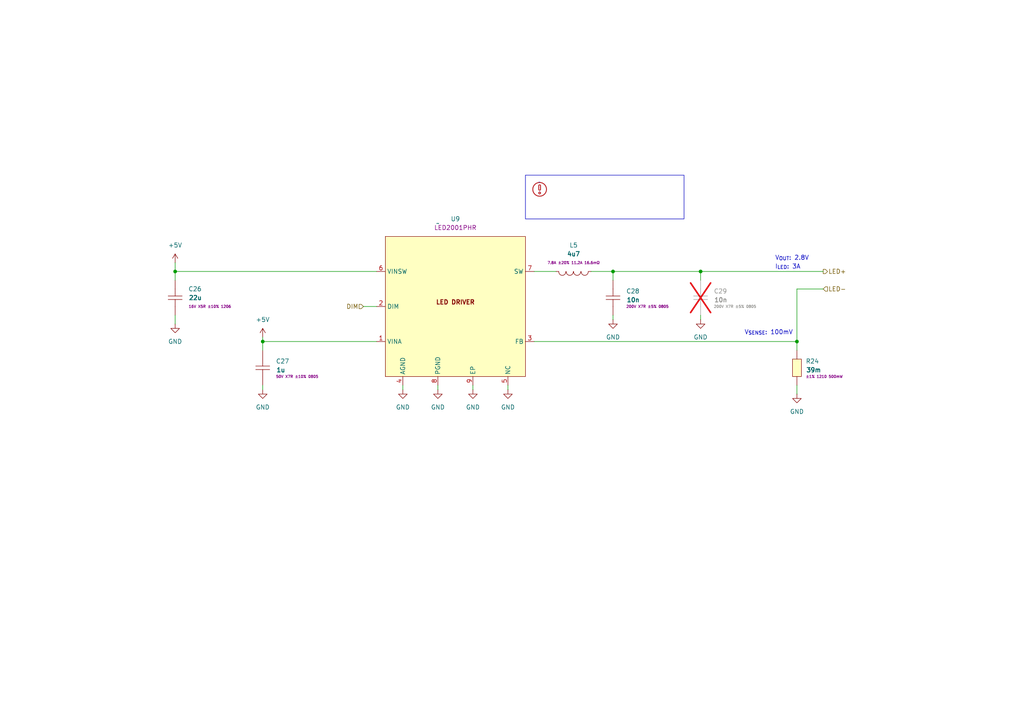
<source format=kicad_sch>
(kicad_sch (version 20231120) (generator "eeschema") (generator_version "8.0")
  (paper "A4")
  (lib_symbols
    (symbol "LiveAstra:C_10nF_X7R_0805" (pin_numbers hide) (pin_names hide)
      (property "Reference" "C" (at 0 8.89 0))
      (property "Value" "10n" (at 0 6.35 0))
      (property "Extra Value" "200V X7R ±5% 0805" (at 0 3.81 0))
      (symbol "C_10nF_X7R_0805_0_1"
        (polyline (pts (xy -0.51 -2.03) (xy -0.51 2.03)))
        (polyline (pts (xy -0.51 0) (xy -2.54 0)))
        (polyline (pts (xy 0.51 2.03) (xy 0.51 -2.03)))
        (polyline (pts (xy 2.54 0) (xy 0.51 0)))
      )
      (symbol "C_10nF_X7R_0805_1_1"
        (pin passive line (at -5.08 0 0) (length 2.54) (name "1") (number "1"))
        (pin passive line (at 5.08 0 180) (length 2.54) (name "2") (number "2"))
      )
    )
    (symbol "LiveAstra:C_1uF_X7R_0805" (pin_numbers hide) (pin_names hide)
      (property "Reference" "C" (at 0 8.89 0))
      (property "Value" "1u" (at 0 6.35 0))
      (property "Extra Values" "50V X7R ±10% 0805" (at 0 3.81 0))
      (symbol "C_1uF_X7R_0805_0_1"
        (polyline (pts (xy -2.54 0) (xy -0.51 0)))
        (polyline (pts (xy -0.51 2.03) (xy -0.51 -2.03)))
        (polyline (pts (xy 0.51 0) (xy 2.54 0)))
        (polyline (pts (xy 0.51 2.03) (xy 0.51 -2.03)))
      )
      (symbol "C_1uF_X7R_0805_1_1"
        (pin passive line (at -5.08 0 0) (length 2.54) (name "1") (number "1"))
        (pin passive line (at 5.08 0 180) (length 2.54) (name "2") (number "2"))
      )
    )
    (symbol "LiveAstra:C_22uF_X5R_1206" (pin_numbers hide) (pin_names hide)
      (property "Reference" "C" (at 0 8.89 0))
      (property "Value" "22u" (at 0 6.35 0))
      (property "Extra Value" "16V X5R ±10% 1206" (at 0 3.81 0))
      (symbol "C_22uF_X5R_1206_0_1"
        (polyline (pts (xy -0.51 -2.03) (xy -0.51 2.03)))
        (polyline (pts (xy -0.51 0) (xy -2.54 0)))
        (polyline (pts (xy 0.51 2.03) (xy 0.51 -2.03)))
        (polyline (pts (xy 2.54 0) (xy 0.51 0)))
      )
      (symbol "C_22uF_X5R_1206_1_1"
        (pin passive line (at -5.08 0 0) (length 2.54) (name "1") (number "1"))
        (pin passive line (at 5.08 0 180) (length 2.54) (name "2") (number "2"))
      )
    )
    (symbol "LiveAstra:LED2001PHR"
      (property "Reference" "U" (at 0 25.4 0))
      (property "Description" "LED2001PHR" (at 0 22.86 0))
      (symbol "LED2001PHR_1_1"
        (rectangle (start -20.32 20.32) (end 20.32 -20.32) (fill (type background)))
        (text "LED DRIVER" (at 0 1.27 0) (effects (font (size 1.27 1.27) (bold yes))))
        (pin power_in line (at -22.86 -10.16 0) (length 2.54) (name "VINA") (number "1"))
        (pin input line (at -22.86 0 0) (length 2.54) (name "DIM") (number "2"))
        (pin input line (at 22.86 -10.16 180) (length 2.54) (name "FB") (number "3"))
        (pin power_in line (at -15.24 -22.86 90) (length 2.54) (name "AGND") (number "4"))
        (pin passive line (at 15.24 -22.86 90) (length 2.54) (name "NC") (number "5"))
        (pin power_in line (at -22.86 10.16 0) (length 2.54) (name "VINSW") (number "6"))
        (pin power_out line (at 22.86 10.16 180) (length 2.54) (name "SW") (number "7"))
        (pin power_in line (at -5.08 -22.86 90) (length 2.54) (name "PGND") (number "8"))
        (pin passive line (at 5.08 -22.86 90) (length 2.54) (name "EP") (number "9"))
      )
    )
    (symbol "LiveAstra:L_4u7_7.8A_SPM7054VT-4R7M-D" (pin_numbers hide) (pin_names hide)
      (property "Reference" "L" (at 0 7.62 0))
      (property "Value" "4u7" (at 0 5.08 0))
      (property "Extra Value" "7.8A ±20% 11.2A 16.6mΩ" (at 0 2.54 0))
      (symbol "L_4u7_7.8A_SPM7054VT-4R7M-D_0_1"
        (arc (start -4.29 -0.02) (mid -2.81 -1.01) (end -2.27 -0.02))
        (arc (start -2.13 -0.02) (mid -0.66 -1.01) (end -0.11 -0.02))
        (arc (start 0.02 -0.02) (mid 1.49 -1.01) (end 2.04 -0.02))
        (arc (start 2.21 -0.02) (mid 3.68 -1.01) (end 4.23 -0.02))
      )
      (symbol "L_4u7_7.8A_SPM7054VT-4R7M-D_1_1"
        (pin passive line (at -5.08 0 0) (length 0.762) (name "1") (number "1"))
        (pin passive line (at 5.08 0 180) (length 0.762) (name "2") (number "2"))
      )
    )
    (symbol "LiveAstra:R_39mOhm_1210_500mW" (pin_numbers hide) (pin_names hide)
      (property "Reference" "R" (at 0 7.62 0))
      (property "Value" "39m" (at 0 5.08 0))
      (property "Extra Value" "±1% 1210 500mW" (at 0 2.54 0))
      (symbol "R_39mOhm_1210_500mW_0_1"
        (rectangle (start -2.54 1.27) (end 2.54 -1.27) (fill (type background)))
      )
      (symbol "R_39mOhm_1210_500mW_1_1"
        (pin passive line (at -5.08 0 0) (length 2.54) (name "1") (number "1"))
        (pin passive line (at 5.08 0 180) (length 2.54) (name "2") (number "2"))
      )
    )
    (symbol "power:+5V" (power) (pin_numbers hide) (pin_names (offset 0) hide)
      (property "Value" "+5V" (at 0 3.556 0))
      (symbol "+5V_0_1"
        (polyline (pts (xy -0.762 1.27) (xy 0 2.54)))
        (polyline (pts (xy 0 0) (xy 0 2.54)))
        (polyline (pts (xy 0 2.54) (xy 0.762 1.27)))
      )
      (symbol "+5V_1_1"
        (pin power_in line (at 0 0 90) (length 0) (name "~") (number "1"))
      )
    )
    (symbol "power:GND" (power) (pin_numbers hide) (pin_names (offset 0) hide)
      (property "Value" "GND" (at 0 -3.81 0))
      (symbol "GND_0_1"
        (polyline (pts (xy 0 0) (xy 0 -1.27) (xy 1.27 -1.27) (xy 0 -2.54) (xy -1.27 -1.27) (xy 0 -1.27)))
      )
      (symbol "GND_1_1"
        (pin power_in line (at 0 0 270) (length 0) (name "~") (number "1"))
      )
    )
  )
  (junction (at 76.2 99.06))
  (junction (at 231.14 99.06))
  (junction (at 203.2 78.74))
  (junction (at 177.8 78.74))
  (junction (at 50.8 78.74))
  (wire (pts (xy 203.2 78.74) (xy 238.76 78.74)))
  (wire (pts (xy 105.41 88.9) (xy 109.22 88.9)))
  (wire (pts (xy 76.2 99.06) (xy 76.2 101.6)))
  (wire (pts (xy 76.2 113.03) (xy 76.2 111.76)))
  (wire (pts (xy 154.94 99.06) (xy 231.14 99.06)))
  (wire (pts (xy 231.14 83.82) (xy 231.14 99.06)))
  (wire (pts (xy 76.2 97.79) (xy 76.2 99.06)))
  (wire (pts (xy 50.8 78.74) (xy 109.22 78.74)))
  (wire (pts (xy 177.8 81.28) (xy 177.8 78.74)))
  (wire (pts (xy 50.8 93.98) (xy 50.8 91.44)))
  (wire (pts (xy 203.2 81.28) (xy 203.2 78.74)))
  (wire (pts (xy 161.29 78.74) (xy 154.94 78.74)))
  (wire (pts (xy 116.84 111.76) (xy 116.84 113.03)))
  (wire (pts (xy 147.32 113.03) (xy 147.32 111.76)))
  (wire (pts (xy 127 113.03) (xy 127 111.76)))
  (polyline (pts (xy 156.5167 55.5781) (xy 156.5167 55.5781)) (stroke (width -0.0001) (type solid)))
  (polyline (pts (xy 156.5167 52.8) (xy 156.5167 52.8)) (stroke (width -0.0001) (type solid)))
  (polyline (pts (xy 156.5167 52.8) (xy 156.5167 52.8)) (stroke (width -0.0001) (type solid)))
  (polyline (pts (xy 156.2667 52.8) (xy 156.2667 52.8)) (stroke (width -0.0001) (type solid)))
  (wire (pts (xy 50.8 81.28) (xy 50.8 78.74)))
  (wire (pts (xy 203.2 91.44) (xy 203.2 92.71)))
  (wire (pts (xy 177.8 78.74) (xy 203.2 78.74)))
  (wire (pts (xy 231.14 83.82) (xy 238.76 83.82)))
  (wire (pts (xy 177.8 91.44) (xy 177.8 92.71)))
  (wire (pts (xy 171.45 78.74) (xy 177.8 78.74)))
  (wire (pts (xy 231.14 99.06) (xy 231.14 101.6)))
  (wire (pts (xy 76.2 99.06) (xy 109.22 99.06)))
  (wire (pts (xy 231.14 111.76) (xy 231.14 114.3)))
  (wire (pts (xy 137.16 113.03) (xy 137.16 111.76)))
  (wire (pts (xy 50.8 76.2) (xy 50.8 78.74)))
  (polyline (pts (xy 156.6216 52.8026) (xy 156.7259 52.8104) (xy 156.8292 52.8232) (xy 156.9315 52.841) (xy 157.0326 52.8638) (xy 157.1323 52.8915) (xy 157.2304 52.9239) (xy 157.3267 52.9611) (xy 157.4211 53.0029) (xy 157.5134 53.0494) (xy 157.6034 53.1003) (xy 157.691 53.1556) (xy 157.776 53.2153) (xy 157.8581 53.2793) (xy 157.9373 53.3476) (xy 158.0134 53.42) (xy 158.0858 53.496) (xy 158.154 53.5752) (xy 158.218 53.6574) (xy 158.2777 53.7423) (xy 158.3331 53.8299) (xy 158.384 53.9199) (xy 158.4304 54.0123) (xy 158.4722 54.1067) (xy 158.5094 54.203) (xy 158.5418 54.3011) (xy 158.5695 54.4007) (xy 158.5923 54.5018) (xy 158.6101 54.6041) (xy 158.623 54.7075) (xy 158.6307 54.8117) (xy 158.6333 54.9167) (xy 158.6318 54.9967) (xy 158.6273 55.0761) (xy 158.6199 55.1549) (xy 158.6096 55.2331) (xy 158.5965 55.3104) (xy 158.5805 55.387) (xy 158.5618 55.4626) (xy 158.5404 55.5373) (xy 158.5163 55.611) (xy 158.4896 55.6836) (xy 158.4603 55.755) (xy 158.4284 55.8252) (xy 158.3941 55.8942) (xy 158.3573 55.9618) (xy 158.3182 56.0279) (xy 158.2766 56.0926) (xy 158.2327 56.1558) (xy 158.1866 56.2173) (xy 158.1382 56.2771) (xy 158.0877 56.3352) (xy 158.035 56.3915) (xy 157.9802 56.4459) (xy 157.9234 56.4984) (xy 157.8645 56.5488) (xy 157.8037 56.5972) (xy 157.741 56.6434) (xy 157.6764 56.6875) (xy 157.6099 56.7292) (xy 157.5417 56.7687) (xy 157.4717 56.8057) (xy 157.4 56.8402) (xy 157.3267 56.8722) (xy 157.1771 56.9277) (xy 157.0253 56.9714) (xy 156.872 57.0034) (xy 156.7177 57.0239) (xy 156.5631 57.0329) (xy 156.4089 57.0306) (xy 156.2555 57.0172) (xy 156.1037 56.9927) (xy 155.9541 56.9572) (xy 155.8073 56.911) (xy 155.6639 56.854) (xy 155.5245 56.7865) (xy 155.3898 56.7086) (xy 155.2604 56.6203) (xy 155.1369 56.5219) (xy 155.02 56.4134) (xy 154.9114 56.2964) (xy 154.813 56.1729) (xy 154.7247 56.0435) (xy 154.6468 55.9088) (xy 154.5793 55.7694) (xy 154.5224 55.626) (xy 154.4761 55.4792) (xy 154.4407 55.3296) (xy 154.4162 55.1778) (xy 154.4027 55.0245) (xy 154.4017 54.9573) (xy 154.665 54.9573) (xy 154.6729 55.0926) (xy 154.6908 55.2276) (xy 154.7188 55.3617) (xy 154.757 55.4945) (xy 154.8056 55.6254) (xy 154.8638 55.7523) (xy 154.9307 55.8733) (xy 155.0057 55.9879) (xy 155.0885 56.096) (xy 155.1786 56.1973) (xy 155.2754 56.2913) (xy 155.3786 56.3779) (xy 155.4877 56.4566) (xy 155.6022 56.5273) (xy 155.7217 56.5895) (xy 155.8456 56.643) (xy 155.9736 56.6874) (xy 156.1052 56.7225) (xy 156.2398 56.748) (xy 156.3772 56.7635) (xy 156.5167 56.7687) (xy 156.6085 56.7665) (xy 156.6997 56.7597) (xy 156.7902 56.7485) (xy 156.8797 56.7328) (xy 156.9681 56.7129) (xy 157.0553 56.6887) (xy 157.1411 56.6603) (xy 157.2254 56.6278) (xy 157.308 56.5912) (xy 157.3888 56.5506) (xy 157.4676 56.506) (xy 157.5442 56.4576) (xy 157.6185 56.4053) (xy 157.6904 56.3493) (xy 157.7597 56.2896) (xy 157.8263 56.2263) (xy 157.8896 56.1597) (xy 157.9493 56.0904) (xy 158.0053 56.0185) (xy 158.0576 55.9442) (xy 158.106 55.8676) (xy 158.1506 55.7888) (xy 158.1912 55.708) (xy 158.2278 55.6254) (xy 158.2603 55.5411) (xy 158.2887 55.4553) (xy 158.3129 55.3681) (xy 158.3328 55.2797) (xy 158.3485 55.1902) (xy 158.3597 55.0997) (xy 158.3665 55.0085) (xy 158.3687 54.9167) (xy 158.3674 54.8467) (xy 158.3635 54.7772) (xy 158.357 54.7082) (xy 158.348 54.6398) (xy 158.3365 54.5721) (xy 158.3225 54.5052) (xy 158.3062 54.439) (xy 158.2874 54.3736) (xy 158.2663 54.3091) (xy 158.243 54.2456) (xy 158.2173 54.1831) (xy 158.1895 54.1217) (xy 158.1594 54.0613) (xy 158.1273 54.0022) (xy 158.093 53.9443) (xy 158.0566 53.8877) (xy 158.0182 53.8325) (xy 157.9779 53.7786) (xy 157.9355 53.7263) (xy 157.8913 53.6754) (xy 157.8452 53.6262) (xy 157.7973 53.5786) (xy 157.7475 53.5327) (xy 157.696 53.4885) (xy 157.6428 53.4462) (xy 157.5879 53.4057) (xy 157.5314 53.3672) (xy 157.4733 53.3307) (xy 157.4136 53.2962) (xy 157.3523 53.2638) (xy 157.2896 53.2336) (xy 157.2254 53.2056) (xy 157.0945 53.157) (xy 156.9617 53.1188) (xy 156.8276 53.0908) (xy 156.6926 53.0729) (xy 156.5573 53.065) (xy 156.4223 53.067) (xy 156.2882 53.0787) (xy 156.1553 53.1002) (xy 156.0244 53.1312) (xy 155.896 53.1717) (xy 155.7705 53.2215) (xy 155.6486 53.2805) (xy 155.5307 53.3487) (xy 155.4175 53.426) (xy 155.3094 53.5121) (xy 155.207 53.607) (xy 155.1121 53.7094) (xy 155.026 53.8175) (xy 154.9487 53.9307) (xy 154.8805 54.0486) (xy 154.8215 54.1705) (xy 154.7717 54.296) (xy 154.7312 54.4244) (xy 154.7002 54.5553) (xy 154.6787 54.6882) (xy 154.667 54.8223) (xy 154.665 54.9573) (xy 154.4017 54.9573) (xy 154.4004 54.8702) (xy 154.4095 54.7156) (xy 154.4299 54.5614) (xy 154.4619 54.408) (xy 154.5056 54.2563) (xy 154.5611 54.1067) (xy 154.6277 53.9616) (xy 154.7041 53.8234) (xy 154.7899 53.6924) (xy 154.8845 53.5688) (xy 154.9874 53.4531) (xy 155.0981 53.3456) (xy 155.216 53.2467) (xy 155.3407 53.1567) (xy 155.4716 53.076) (xy 155.6081 53.0049) (xy 155.7497 52.9437) (xy 155.896 52.8929) (xy 156.0464 52.8528) (xy 156.2003 52.8237) (xy 156.3572 52.806) (xy 156.5167 52.8) (xy 156.6216 52.8026)) (stroke (width -0.0001) (type solid)) (fill (type color) (color 187 33 36 1)))
  (rectangle (start 152.4 50.8) (end 198.4 63.5))
  (polyline (pts (xy 156.5363 53.4619) (xy 156.5559 53.4634) (xy 156.5753 53.4658) (xy 156.5945 53.4692) (xy 156.6134 53.4734) (xy 156.6321 53.4786) (xy 156.6505 53.4847) (xy 156.6685 53.4917) (xy 156.6862 53.4995) (xy 156.7036 53.5082) (xy 156.7204 53.5178) (xy 156.7369 53.5281) (xy 156.7528 53.5393) (xy 156.7682 53.5513) (xy 156.783 53.5641) (xy 156.7973 53.5777) (xy 156.8109 53.592) (xy 156.8237 53.6068) (xy 156.8357 53.6222) (xy 156.8469 53.6381) (xy 156.8572 53.6546) (xy 156.8668 53.6714) (xy 156.8755 53.6888) (xy 156.8833 53.7065) (xy 156.8903 53.7245) (xy 156.8964 53.7429) (xy 156.9016 53.7616) (xy 156.9058 53.7805) (xy 156.9092 53.7997) (xy 156.9116 53.8191) (xy 156.9131 53.8387) (xy 156.9135 53.8583) (xy 156.9135 54.9167) (xy 156.9133 54.9299) (xy 156.9127 54.9431) (xy 156.9116 54.9562) (xy 156.9101 54.9692) (xy 156.9081 54.9822) (xy 156.9058 54.995) (xy 156.903 55.0077) (xy 156.8998 55.0202) (xy 156.8962 55.0326) (xy 156.8922 55.0449) (xy 156.8879 55.0571) (xy 156.8831 55.069) (xy 156.878 55.0808) (xy 156.8725 55.0924) (xy 156.8666 55.1039) (xy 156.8604 55.1151) (xy 156.8538 55.1261) (xy 156.8468 55.1369) (xy 156.8395 55.1475) (xy 156.8319 55.1579) (xy 156.8239 55.168) (xy 156.8155 55.1778) (xy 156.8069 55.1874) (xy 156.7979 55.1967) (xy 156.7886 55.2057) (xy 156.779 55.2145) (xy 156.7691 55.2229) (xy 156.7589 55.2311) (xy 156.7484 55.2389) (xy 156.7376 55.2464) (xy 156.7265 55.2535) (xy 156.7151 55.2604) (xy 156.6918 55.2728) (xy 156.6678 55.2836) (xy 156.6434 55.2928) (xy 156.6186 55.3002) (xy 156.5934 55.3061) (xy 156.5679 55.3102) (xy 156.5423 55.3127) (xy 156.5167 55.3135) (xy 156.491 55.3127) (xy 156.4654 55.3102) (xy 156.44 55.3061) (xy 156.4148 55.3002) (xy 156.3899 55.2928) (xy 156.3655 55.2836) (xy 156.3416 55.2728) (xy 156.3182 55.2604) (xy 156.2958 55.2464) (xy 156.2744 55.2311) (xy 156.2543 55.2145) (xy 156.2354 55.1967) (xy 156.2178 55.1778) (xy 156.2015 55.1579) (xy 156.1865 55.1369) (xy 156.173 55.1151) (xy 156.1608 55.0924) (xy 156.1502 55.069) (xy 156.1411 55.0449) (xy 156.1335 55.0202) (xy 156.1276 54.995) (xy 156.1233 54.9692) (xy 156.1207 54.9431) (xy 156.1198 54.9167) (xy 156.3844 54.9167) (xy 156.3844 54.9211) (xy 156.3847 54.9255) (xy 156.385 54.9299) (xy 156.3855 54.9342) (xy 156.3862 54.9385) (xy 156.387 54.9428) (xy 156.3879 54.947) (xy 156.389 54.9512) (xy 156.3901 54.9553) (xy 156.3915 54.9594) (xy 156.3929 54.9635) (xy 156.3945 54.9675) (xy 156.3962 54.9714) (xy 156.3981 54.9753) (xy 156.4 54.9791) (xy 156.4021 54.9828) (xy 156.4043 54.9865) (xy 156.4066 54.9901) (xy 156.4091 54.9936) (xy 156.4116 54.9971) (xy 156.4143 55.0004) (xy 156.417 55.0037) (xy 156.4199 55.0069) (xy 156.4229 55.01) (xy 156.426 55.013) (xy 156.4292 55.0159) (xy 156.4325 55.0188) (xy 156.4359 55.0215) (xy 156.4394 55.0241) (xy 156.443 55.0266) (xy 156.4467 55.029) (xy 156.4505 55.0312) (xy 156.4583 55.0354) (xy 156.4663 55.039) (xy 156.4744 55.042) (xy 156.4827 55.0445) (xy 156.4911 55.0465) (xy 156.4996 55.0479) (xy 156.5081 55.0487) (xy 156.5167 55.049) (xy 156.5252 55.0487) (xy 156.5338 55.0479) (xy 156.5422 55.0465) (xy 156.5506 55.0445) (xy 156.5589 55.042) (xy 156.5671 55.039) (xy 156.575 55.0354) (xy 156.5828 55.0312) (xy 156.5903 55.0266) (xy 156.5974 55.0215) (xy 156.6041 55.0159) (xy 156.6104 55.01) (xy 156.6163 55.0037) (xy 156.6217 54.9971) (xy 156.6267 54.9901) (xy 156.6312 54.9828) (xy 156.6353 54.9753) (xy 156.6388 54.9675) (xy 156.6419 54.9594) (xy 156.6444 54.9512) (xy 156.6464 54.9428) (xy 156.6478 54.9342) (xy 156.6487 54.9255) (xy 156.649 54.9167) (xy 156.649 53.8583) (xy 156.6489 53.8539) (xy 156.6487 53.8495) (xy 156.6483 53.8451) (xy 156.6478 53.8408) (xy 156.6471 53.8365) (xy 156.6464 53.8322) (xy 156.6454 53.828) (xy 156.6444 53.8238) (xy 156.6432 53.8197) (xy 156.6419 53.8156) (xy 156.6404 53.8115) (xy 156.6388 53.8075) (xy 156.6371 53.8036) (xy 156.6353 53.7997) (xy 156.6333 53.7959) (xy 156.6312 53.7922) (xy 156.629 53.7885) (xy 156.6267 53.7849) (xy 156.6243 53.7814) (xy 156.6217 53.7779) (xy 156.6191 53.7746) (xy 156.6163 53.7713) (xy 156.6134 53.7681) (xy 156.6104 53.765) (xy 156.6073 53.762) (xy 156.6041 53.7591) (xy 156.6008 53.7562) (xy 156.5974 53.7535) (xy 156.5939 53.7509) (xy 156.5903 53.7484) (xy 156.5866 53.746) (xy 156.5828 53.7438) (xy 156.575 53.7396) (xy 156.5671 53.736) (xy 156.5589 53.733) (xy 156.5506 53.7305) (xy 156.5422 53.7285) (xy 156.5338 53.7271) (xy 156.5252 53.7263) (xy 156.5167 53.726) (xy 156.5081 53.7263) (xy 156.4996 53.7271) (xy 156.4911 53.7285) (xy 156.4827 53.7305) (xy 156.4744 53.733) (xy 156.4663 53.736) (xy 156.4583 53.7396) (xy 156.4505 53.7438) (xy 156.443 53.7484) (xy 156.4359 53.7535) (xy 156.4292 53.7591) (xy 156.4229 53.765) (xy 156.417 53.7713) (xy 156.4116 53.7779) (xy 156.4066 53.7849) (xy 156.4021 53.7922) (xy 156.3981 53.7997) (xy 156.3945 53.8075) (xy 156.3915 53.8156) (xy 156.389 53.8238) (xy 156.387 53.8322) (xy 156.3855 53.8408) (xy 156.3847 53.8495) (xy 156.3844 53.8583) (xy 156.3844 54.9167) (xy 156.1198 54.9167) (xy 156.1198 53.8583) (xy 156.1203 53.8387) (xy 156.1217 53.8191) (xy 156.1241 53.7997) (xy 156.1275 53.7805) (xy 156.1318 53.7616) (xy 156.1369 53.7429) (xy 156.143 53.7245) (xy 156.15 53.7065) (xy 156.1578 53.6888) (xy 156.1665 53.6714) (xy 156.1761 53.6546) (xy 156.1865 53.6381) (xy 156.1977 53.6222) (xy 156.2097 53.6068) (xy 156.2225 53.592) (xy 156.236 53.5777) (xy 156.2503 53.5641) (xy 156.2651 53.5513) (xy 156.2806 53.5393) (xy 156.2965 53.5281) (xy 156.3129 53.5178) (xy 156.3298 53.5082) (xy 156.3471 53.4995) (xy 156.3648 53.4917) (xy 156.3829 53.4847) (xy 156.4012 53.4786) (xy 156.4199 53.4734) (xy 156.4389 53.4692) (xy 156.4581 53.4658) (xy 156.4774 53.4634) (xy 156.497 53.4619) (xy 156.5167 53.4615) (xy 156.5363 53.4619)) (stroke (width -0.0001) (type solid)) (fill (type color) (color 187 33 36 1)))
  (polyline (pts (xy 156.5317 55.5784) (xy 156.5466 55.5792) (xy 156.5613 55.5806) (xy 156.576 55.5826) (xy 156.5905 55.585) (xy 156.6048 55.588) (xy 156.619 55.5915) (xy 156.633 55.5956) (xy 156.6469 55.6001) (xy 156.6605 55.6051) (xy 156.6739 55.6106) (xy 156.687 55.6165) (xy 156.7 55.623) (xy 156.7126 55.6299) (xy 156.725 55.6372) (xy 156.7372 55.645) (xy 156.749 55.6532) (xy 156.7605 55.6619) (xy 156.7718 55.671) (xy 156.7826 55.6804) (xy 156.7932 55.6903) (xy 156.8034 55.7006) (xy 156.8132 55.7112) (xy 156.8227 55.7223) (xy 156.8318 55.7337) (xy 156.8404 55.7454) (xy 156.8487 55.7576) (xy 156.8565 55.77) (xy 156.8639 55.7828) (xy 156.8709 55.7959) (xy 156.8773 55.8094) (xy 156.8833 55.8231) (xy 156.8937 55.8512) (xy 156.9019 55.8796) (xy 156.9079 55.9084) (xy 156.9118 55.9373) (xy 156.9135 55.9663) (xy 156.913 55.9952) (xy 156.9105 56.024) (xy 156.9059 56.0524) (xy 156.8993 56.0805) (xy 156.8906 56.108) (xy 156.8799 56.1349) (xy 156.8673 56.161) (xy 156.8527 56.1863) (xy 156.8361 56.2105) (xy 156.8176 56.2337) (xy 156.7973 56.2556) (xy 156.7754 56.276) (xy 156.7522 56.2944) (xy 156.7279 56.311) (xy 156.7027 56.3256) (xy 156.6766 56.3383) (xy 156.6497 56.3489) (xy 156.6221 56.3576) (xy 156.5941 56.3642) (xy 156.5656 56.3688) (xy 156.5369 56.3714) (xy 156.508 56.3718) (xy 156.479 56.3701) (xy 156.45 56.3663) (xy 156.4213 56.3603) (xy 156.3928 56.3521) (xy 156.3648 56.3417) (xy 156.3376 56.3292) (xy 156.3117 56.3149) (xy 156.2871 56.2988) (xy 156.2639 56.281) (xy 156.2423 56.2617) (xy 156.2221 56.241) (xy 156.2036 56.2189) (xy 156.1867 56.1955) (xy 156.1715 56.171) (xy 156.1582 56.1454) (xy 156.1467 56.1188) (xy 156.1372 56.0914) (xy 156.1297 56.0632) (xy 156.1242 56.0343) (xy 156.1209 56.0049) (xy 156.1199 55.9779) (xy 156.3844 55.9779) (xy 156.385 55.9876) (xy 156.3862 55.9972) (xy 156.3882 56.0068) (xy 156.391 56.0163) (xy 156.3944 56.0256) (xy 156.3986 56.0347) (xy 156.4034 56.0433) (xy 156.4087 56.0515) (xy 156.4147 56.0592) (xy 156.4211 56.0665) (xy 156.428 56.0732) (xy 156.4354 56.0794) (xy 156.4432 56.085) (xy 156.4513 56.09) (xy 156.4599 56.0945) (xy 156.4687 56.0983) (xy 156.4779 56.1015) (xy 156.4873 56.104) (xy 156.4969 56.1058) (xy 156.5067 56.1069) (xy 156.5167 56.1073) (xy 156.5232 56.1071) (xy 156.5297 56.1066) (xy 156.5362 56.1058) (xy 156.5426 56.1047) (xy 156.5489 56.1033) (xy 156.5551 56.1016) (xy 156.5613 56.0995) (xy 156.5673 56.0972) (xy 156.5732 56.0946) (xy 156.579 56.0917) (xy 156.5846 56.0885) (xy 156.5901 56.0851) (xy 156.5954 56.0813) (xy 156.6005 56.0773) (xy 156.6055 56.0731) (xy 156.6102 56.0685) (xy 156.6147 56.0638) (xy 156.619 56.0588) (xy 156.623 56.0537) (xy 156.6267 56.0484) (xy 156.6302 56.0429) (xy 156.6334 56.0373) (xy 156.6363 56.0315) (xy 156.6389 56.0256) (xy 156.6412 56.0196) (xy 156.6432 56.0135) (xy 156.645 56.0072) (xy 156.6464 56.0009) (xy 156.6475 55.9945) (xy 156.6483 55.9881) (xy 156.6488 55.9816) (xy 156.649 55.975) (xy 156.6489 55.97) (xy 156.6486 55.965) (xy 156.6481 55.9601) (xy 156.6475 55.9552) (xy 156.6467 55.9504) (xy 156.6457 55.9456) (xy 156.6445 55.9409) (xy 156.6431 55.9362) (xy 156.6416 55.9316) (xy 156.64 55.9271) (xy 156.6381 55.9226) (xy 156.6362 55.9182) (xy 156.634 55.9139) (xy 156.6317 55.9097) (xy 156.6293 55.9055) (xy 156.6267 55.9015) (xy 156.6239 55.8976) (xy 156.621 55.8937) (xy 156.618 55.89) (xy 156.6149 55.8863) (xy 156.6116 55.8828) (xy 156.6081 55.8794) (xy 156.6046 55.8761) (xy 156.6009 55.873) (xy 156.5971 55.87) (xy 156.5932 55.8671) (xy 156.5891 55.8643) (xy 156.585 55.8617) (xy 156.5807 55.8593) (xy 156.5764 55.8569) (xy 156.5719 55.8548) (xy 156.5673 55.8528) (xy 156.5579 55.8493) (xy 156.5485 55.8466) (xy 156.5389 55.8446) (xy 156.5292 55.8433) (xy 156.5196 55.8427) (xy 156.5099 55.8429) (xy 156.5003 55.8437) (xy 156.4909 55.8453) (xy 156.4815 55.8475) (xy 156.4723 55.8504) (xy 156.4634 55.8539) (xy 156.4547 55.8581) (xy 156.4462 55.863) (xy 156.4382 55.8685) (xy 156.4304 55.8747) (xy 156.4231 55.8815) (xy 156.4163 55.8888) (xy 156.4102 55.8965) (xy 156.4047 55.9046) (xy 156.3998 55.913) (xy 156.3956 55.9217) (xy 156.392 55.9307) (xy 156.3891 55.9398) (xy 156.3869 55.9492) (xy 156.3854 55.9587) (xy 156.3845 55.9683) (xy 156.3844 55.9779) (xy 156.1199 55.9779) (xy 156.1198 55.975) (xy 156.1198 55.9089) (xy 156.1199 55.9034) (xy 156.1203 55.8979) (xy 156.1209 55.8925) (xy 156.1217 55.8872) (xy 156.1227 55.8818) (xy 156.1239 55.8766) (xy 156.1253 55.8714) (xy 156.127 55.8662) (xy 156.1289 55.8611) (xy 156.1309 55.8561) (xy 156.1332 55.8512) (xy 156.1357 55.8464) (xy 156.1384 55.8417) (xy 156.1412 55.8371) (xy 156.1443 55.8325) (xy 156.1476 55.8282) (xy 156.1598 55.8004) (xy 156.174 55.774) (xy 156.19 55.749) (xy 156.2078 55.7253) (xy 156.2271 55.7032) (xy 156.2479 55.6826) (xy 156.2702 55.6637) (xy 156.2937 55.6464) (xy 156.3184 55.631) (xy 156.3443 55.6173) (xy 156.3711 55.6056) (xy 156.3988 55.5959) (xy 156.4274 55.5882) (xy 156.4566 55.5826) (xy 156.4864 55.5792) (xy 156.5167 55.5781) (xy 156.5317 55.5784)) (stroke (width -0.0001) (type solid)) (fill (type color) (color 187 33 36 1)))
  (text "V_{OUT}: 2.8V" (at 224.79 74.93 0) (effects (font (size 1.27 1.27)) (justify left)))
  (text "Follow the PCB layout example carefully." (at 155.15 60.05 0) (effects (font (size 1.5 1.5)) (justify left top)))
  (text "V_{SENSE}: 100mV" (at 215.9 96.52 0) (effects (font (size 1.27 1.27)) (justify left)))
  (text "Critical" (at 160.65 56.3 0) (effects (font (size 3 3)) (justify left)))
  (text "I_{LED}: 3A" (at 224.79 77.47 0) (effects (font (size 1.27 1.27)) (justify left)))
  (hierarchical_label "LED-" (shape input) (at 238.76 83.82 0))
  (hierarchical_label "DIM" (shape input) (at 105.41 88.9 180))
  (hierarchical_label "LED+" (shape output) (at 238.76 78.74 0))
  (symbol (lib_id "power:GND") (at 177.8 92.71 0) (unit 1)
    (property "Reference" "#PWR0110" (effects (hide yes)))
    (property "Value" "GND" (at 177.8 97.79 0))
    (property "Description" "Power symbol creates a global label with name \"GND\" , ground" (effects (hide yes)))
  )
  (symbol (lib_id "power:GND") (at 50.8 93.98 0) (unit 1)
    (property "Reference" "#PWR0103" (effects (hide yes)))
    (property "Value" "GND" (at 50.8 99.06 0))
    (property "Description" "Power symbol creates a global label with name \"GND\" , ground" (effects (hide yes)))
  )
  (symbol (lib_id "power:GND") (at 127 113.03 0) (unit 1)
    (property "Reference" "#PWR0107" (effects (hide yes)))
    (property "Value" "GND" (at 127 118.11 0))
    (property "Description" "Power symbol creates a global label with name \"GND\" , ground" (effects (hide yes)))
  )
  (symbol (lib_id "power:GND") (at 116.84 113.03 0) (unit 1)
    (property "Reference" "#PWR0106" (effects (hide yes)))
    (property "Value" "GND" (at 116.84 118.11 0))
    (property "Description" "Power symbol creates a global label with name \"GND\" , ground" (effects (hide yes)))
  )
  (symbol (lib_id "power:GND") (at 231.14 114.3 0) (unit 1)
    (property "Reference" "#PWR0112" (effects (hide yes)))
    (property "Value" "GND" (at 231.14 119.38 0))
    (property "Description" "Power symbol creates a global label with name \"GND\" , ground" (effects (hide yes)))
  )
  (symbol (lib_id "LiveAstra:C_10nF_X7R_0805") (at 203.2 86.36 90) (unit 1) (dnp yes)
    (property "Reference" "C29" (at 207.01 84.4549 90) (effects (justify right)))
    (property "Value" "10n" (at 207.01 86.995 90) (effects (font (bold yes)) (justify right)))
    (property "Footprint" "LiveAstra:C1206" (effects (hide yes)))
    (property "Datasheet" "https://lcsc.com/product-detail/Multilayer-Ceramic-Capacitors-MLCC-SMD-SMT_YAGEO-CC1206JRX7RABB103_C527328.html" (effects (hide yes)))
    (property "Description" "Surface mount ceramic multilayer capacitor" (effects (hide yes)))
    (property "LCSC Part" "C527328" (effects (hide yes)))
    (property "Extra Value" "200V X7R ±5% 0805" (at 207.01 88.9 90) (effects (font (size 0.762 0.762)) (justify right)))
  )
  (symbol (lib_id "LiveAstra:L_4u7_7.8A_SPM7054VT-4R7M-D") (at 166.37 78.74 0) (unit 1)
    (property "Reference" "L5" (at 166.37 71.12 0))
    (property "Value" "4u7" (at 166.37 73.66 0) (effects (font (bold yes))))
    (property "Footprint" "LiveAstra:IND-SMD_L7.5-W7.0_SPM7054VT-330M-D" (effects (hide yes)))
    (property "Datasheet" "https://jlcpcb.com/partdetail/Tdk-SPM7054VT_4R7MD/C2047699" (effects (hide yes)))
    (property "Description" "SPM7054VT-4R7M-D" (effects (hide yes)))
    (property "LCSC Part" "C2047699" (effects (hide yes)))
    (property "Extra Value" "7.8A ±20% 11.2A 16.6mΩ" (at 166.37 76.2 0) (effects (font (size 0.762 0.762))))
  )
  (symbol (lib_id "power:GND") (at 137.16 113.03 0) (unit 1)
    (property "Reference" "#PWR0108" (effects (hide yes)))
    (property "Value" "GND" (at 137.16 118.11 0))
    (property "Description" "Power symbol creates a global label with name \"GND\" , ground" (effects (hide yes)))
  )
  (symbol (lib_id "power:+5V") (at 50.8 76.2 0) (unit 1)
    (property "Reference" "#PWR0102" (effects (hide yes)))
    (property "Value" "+5V" (at 50.8 71.12 0))
    (property "Description" "Power symbol creates a global label with name \"+5V\"" (effects (hide yes)))
  )
  (symbol (lib_id "LiveAstra:C_10nF_X7R_0805") (at 177.8 86.36 90) (unit 1)
    (property "Reference" "C28" (at 181.61 84.4549 90) (effects (justify right)))
    (property "Value" "10n" (at 181.61 86.995 90) (effects (font (bold yes)) (justify right)))
    (property "Footprint" "LiveAstra:C1206" (effects (hide yes)))
    (property "Datasheet" "https://lcsc.com/product-detail/Multilayer-Ceramic-Capacitors-MLCC-SMD-SMT_YAGEO-CC1206JRX7RABB103_C527328.html" (effects (hide yes)))
    (property "Description" "Surface mount ceramic multilayer capacitor" (effects (hide yes)))
    (property "LCSC Part" "C527328" (effects (hide yes)))
    (property "Extra Value" "200V X7R ±5% 0805" (at 181.61 88.9 90) (effects (font (size 0.762 0.762)) (justify right)))
  )
  (symbol (lib_id "LiveAstra:C_22uF_X5R_1206") (at 50.8 86.36 90) (unit 1)
    (property "Reference" "C26" (at 54.61 83.8199 90) (effects (justify right)))
    (property "Value" "22u" (at 54.61 86.36 90) (effects (font (bold yes)) (justify right)))
    (property "Footprint" "LiveAstra:C1206" (effects (hide yes)))
    (property "Datasheet" "https://lcsc.com/product-detail/Multilayer-Ceramic-Capacitors-MLCC-SMD-SMT_SAMSUNG_CL31A226KOHNNNE_22uF-226-10-16V_C90146.html" (effects (hide yes)))
    (property "Description" "Multilayer Ceramic Capacitor" (effects (hide yes)))
    (property "LCSC Part" "C90146" (effects (hide yes)))
    (property "Extra Value" "16V X5R ±10% 1206" (at 54.61 88.8999 90) (effects (font (size 0.762 0.762) (bold yes)) (justify right)))
  )
  (symbol (lib_id "power:GND") (at 76.2 113.03 0) (unit 1)
    (property "Reference" "#PWR0105" (effects (hide yes)))
    (property "Value" "GND" (at 76.2 118.11 0))
    (property "Description" "Power symbol creates a global label with name \"GND\" , ground" (effects (hide yes)))
  )
  (symbol (lib_id "power:GND") (at 147.32 113.03 0) (unit 1)
    (property "Reference" "#PWR0109" (effects (hide yes)))
    (property "Value" "GND" (at 147.32 118.11 0))
    (property "Description" "Power symbol creates a global label with name \"GND\" , ground" (effects (hide yes)))
  )
  (symbol (lib_id "power:GND") (at 203.2 92.71 0) (unit 1)
    (property "Reference" "#PWR0111" (effects (hide yes)))
    (property "Value" "GND" (at 203.2 97.79 0))
    (property "Description" "Power symbol creates a global label with name \"GND\" , ground" (effects (hide yes)))
  )
  (symbol (lib_id "LiveAstra:LED2001PHR") (at 132.08 88.9 0) (unit 1)
    (property "Reference" "U9" (at 132.08 63.5 0))
    (property "Value" "~" (at 127 64.77 0))
    (property "Footprint" "LiveAstra:HSOP-8_L5.0-W4.0-P1.27-LS6.2-BL-EP" (effects (hide yes)))
    (property "Datasheet" "https://www.st.com/resource/en/datasheet/led2001.pdf" (effects (hide yes)))
    (property "Description" "LED2001PHR" (at 132.08 66.04 0))
    (property "LCSC Part" "C2678918" (effects (hide yes)))
  )
  (symbol (lib_id "LiveAstra:R_39mOhm_1210_500mW") (at 231.14 106.68 90) (unit 1)
    (property "Reference" "R24" (at 233.68 104.7749 90) (effects (justify right)))
    (property "Value" "39m" (at 233.68 107.315 90) (effects (font (bold yes)) (justify right)))
    (property "Footprint" "LiveAstra:R1210" (effects (hide yes)))
    (property "Datasheet" "https://www.lcsc.com/product-detail/Chip-Resistor-Surface-Mount_YAGEO-RL1210FR-070R039L_C728529.html" (effects (hide yes)))
    (property "Description" "Low Ohmic chip resistor" (effects (hide yes)))
    (property "LCSC Part" "C728529" (effects (hide yes)))
    (property "Extra Value" "±1% 1210 500mW" (at 233.68 109.22 90) (effects (font (size 0.762 0.762)) (justify right)))
  )
  (symbol (lib_id "power:+5V") (at 76.2 97.79 0) (unit 1)
    (property "Reference" "#PWR0104" (effects (hide yes)))
    (property "Value" "+5V" (at 76.2 92.71 0))
    (property "Description" "Power symbol creates a global label with name \"+5V\"" (effects (hide yes)))
  )
  (symbol (lib_id "LiveAstra:C_1uF_X7R_0805") (at 76.2 106.68 90) (unit 1)
    (property "Reference" "C27" (at 80.01 104.7749 90) (effects (justify right)))
    (property "Value" "1u" (at 80.01 107.315 90) (effects (font (bold yes)) (justify right)))
    (property "Footprint" "LiveAstra:C0805" (effects (hide yes)))
    (property "Datasheet" "https://wmsc.lcsc.com/wmsc/upload/file/pdf/v2/lcsc/2304140030_Samsung-Electro-Mechanics-CL21B105KBFNNNE_C28323.pdf" (effects (hide yes)))
    (property "Description" "Samsung Multilayer Ceramic Capacitors" (effects (hide yes)))
    (property "LCSC Part" "C28323" (effects (hide yes)))
    (property "Extra Values" "50V X7R ±10% 0805" (at 80.01 109.22 90) (effects (font (size 0.762 0.762)) (justify right)))
  )
)
</source>
